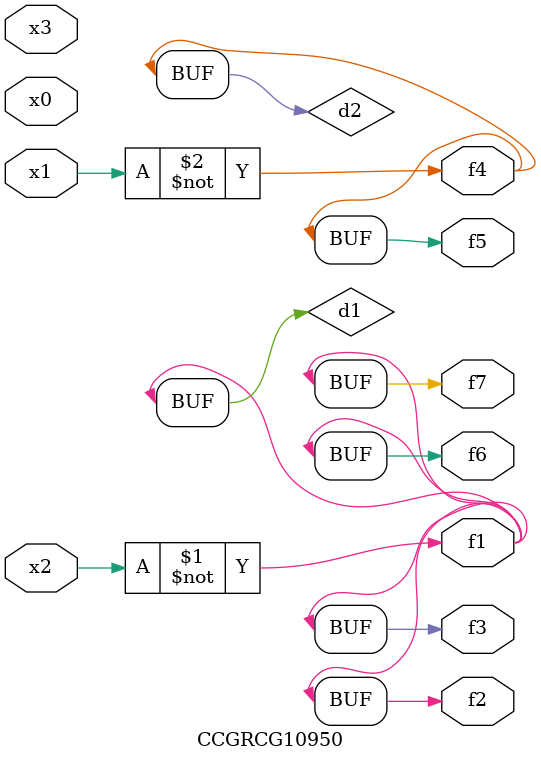
<source format=v>
module CCGRCG10950(
	input x0, x1, x2, x3,
	output f1, f2, f3, f4, f5, f6, f7
);

	wire d1, d2;

	xnor (d1, x2);
	not (d2, x1);
	assign f1 = d1;
	assign f2 = d1;
	assign f3 = d1;
	assign f4 = d2;
	assign f5 = d2;
	assign f6 = d1;
	assign f7 = d1;
endmodule

</source>
